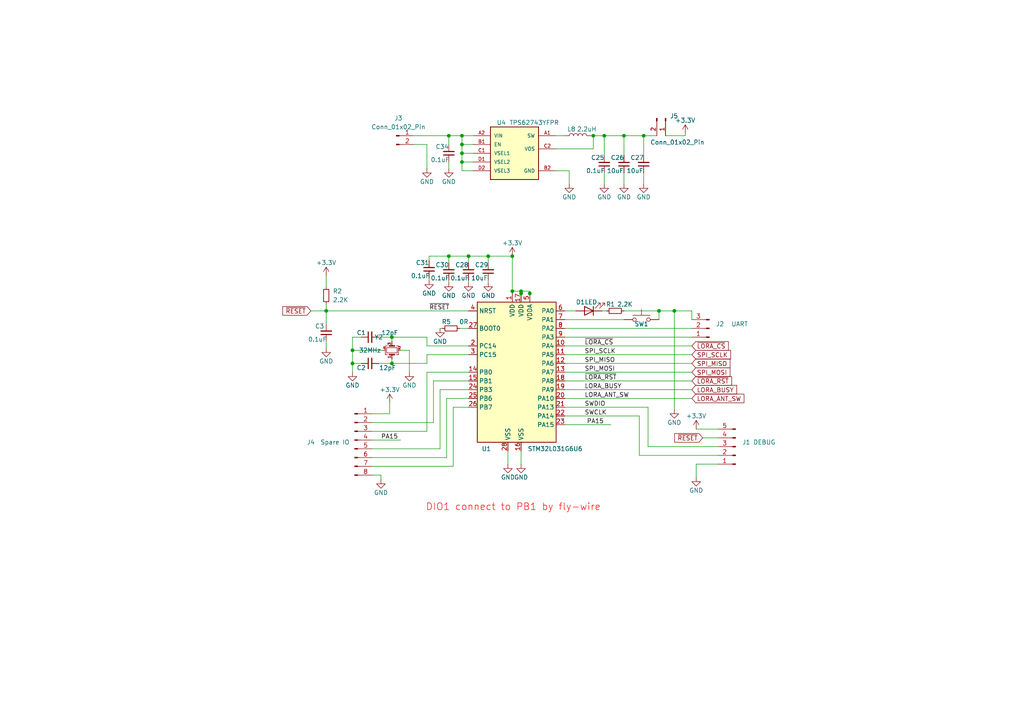
<source format=kicad_sch>
(kicad_sch (version 20230121) (generator eeschema)
  (paper "A4")
  (lib_symbols
    (symbol "Connector:Conn_01x02_Pin" (pin_names (offset 1.016) hide)
      (property "Reference" "J" (at 0 2.54 0))
      (property "Value" "Conn_01x02_Pin" (at 0 -5.08 0))
      (symbol "Conn_01x02_Pin_1_1"
        (polyline (pts (xy 1.27 -2.54) (xy 0.8636 -2.54)) (stroke (width 0.1524)))
        (polyline (pts (xy 1.27 0) (xy 0.8636 0)) (stroke (width 0.1524)))
        (rectangle (start 0.8636 -2.413) (end 0 -2.667) (stroke (width 0.1524)) (fill (type outline)))
        (rectangle (start 0.8636 0.127) (end 0 -0.127) (stroke (width 0.1524)) (fill (type outline)))
        (pin passive line (at 5.08 0 180) (length 3.81) (name "Pin_1") (number "1"))
        (pin passive line (at 5.08 -2.54 180) (length 3.81) (name "Pin_2") (number "2"))
      )
    )
    (symbol "Connector:Conn_01x03_Pin" (pin_names (offset 1.016) hide)
      (property "Reference" "J" (at 0 5.08 0))
      (property "Value" "Conn_01x03_Pin" (at 0 -5.08 0))
      (symbol "Conn_01x03_Pin_1_1"
        (polyline (pts (xy 1.27 -2.54) (xy 0.8636 -2.54)) (stroke (width 0.1524)))
        (polyline (pts (xy 1.27 0) (xy 0.8636 0)) (stroke (width 0.1524)))
        (polyline (pts (xy 1.27 2.54) (xy 0.8636 2.54)) (stroke (width 0.1524)))
        (rectangle (start 0.8636 -2.413) (end 0 -2.667) (stroke (width 0.1524)) (fill (type outline)))
        (rectangle (start 0.8636 0.127) (end 0 -0.127) (stroke (width 0.1524)) (fill (type outline)))
        (rectangle (start 0.8636 2.667) (end 0 2.413) (stroke (width 0.1524)) (fill (type outline)))
        (pin passive line (at 5.08 2.54 180) (length 3.81) (name "Pin_1") (number "1"))
        (pin passive line (at 5.08 0 180) (length 3.81) (name "Pin_2") (number "2"))
        (pin passive line (at 5.08 -2.54 180) (length 3.81) (name "Pin_3") (number "3"))
      )
    )
    (symbol "Connector:Conn_01x05_Pin" (pin_names (offset 1.016) hide)
      (property "Reference" "J" (at 0 7.62 0))
      (property "Value" "Conn_01x05_Pin" (at 0 -7.62 0))
      (symbol "Conn_01x05_Pin_1_1"
        (polyline (pts (xy 1.27 -5.08) (xy 0.8636 -5.08)) (stroke (width 0.1524)))
        (polyline (pts (xy 1.27 -2.54) (xy 0.8636 -2.54)) (stroke (width 0.1524)))
        (polyline (pts (xy 1.27 0) (xy 0.8636 0)) (stroke (width 0.1524)))
        (polyline (pts (xy 1.27 2.54) (xy 0.8636 2.54)) (stroke (width 0.1524)))
        (polyline (pts (xy 1.27 5.08) (xy 0.8636 5.08)) (stroke (width 0.1524)))
        (rectangle (start 0.8636 -4.953) (end 0 -5.207) (stroke (width 0.1524)) (fill (type outline)))
        (rectangle (start 0.8636 -2.413) (end 0 -2.667) (stroke (width 0.1524)) (fill (type outline)))
        (rectangle (start 0.8636 0.127) (end 0 -0.127) (stroke (width 0.1524)) (fill (type outline)))
        (rectangle (start 0.8636 2.667) (end 0 2.413) (stroke (width 0.1524)) (fill (type outline)))
        (rectangle (start 0.8636 5.207) (end 0 4.953) (stroke (width 0.1524)) (fill (type outline)))
        (pin passive line (at 5.08 5.08 180) (length 3.81) (name "Pin_1") (number "1"))
        (pin passive line (at 5.08 2.54 180) (length 3.81) (name "Pin_2") (number "2"))
        (pin passive line (at 5.08 0 180) (length 3.81) (name "Pin_3") (number "3"))
        (pin passive line (at 5.08 -2.54 180) (length 3.81) (name "Pin_4") (number "4"))
        (pin passive line (at 5.08 -5.08 180) (length 3.81) (name "Pin_5") (number "5"))
      )
    )
    (symbol "Connector:Conn_01x08_Pin" (pin_names (offset 1.016) hide)
      (property "Reference" "J" (at 0 10.16 0))
      (property "Value" "Conn_01x08_Pin" (at 0 -12.7 0))
      (symbol "Conn_01x08_Pin_1_1"
        (polyline (pts (xy 1.27 -10.16) (xy 0.8636 -10.16)) (stroke (width 0.1524)))
        (polyline (pts (xy 1.27 -7.62) (xy 0.8636 -7.62)) (stroke (width 0.1524)))
        (polyline (pts (xy 1.27 -5.08) (xy 0.8636 -5.08)) (stroke (width 0.1524)))
        (polyline (pts (xy 1.27 -2.54) (xy 0.8636 -2.54)) (stroke (width 0.1524)))
        (polyline (pts (xy 1.27 0) (xy 0.8636 0)) (stroke (width 0.1524)))
        (polyline (pts (xy 1.27 2.54) (xy 0.8636 2.54)) (stroke (width 0.1524)))
        (polyline (pts (xy 1.27 5.08) (xy 0.8636 5.08)) (stroke (width 0.1524)))
        (polyline (pts (xy 1.27 7.62) (xy 0.8636 7.62)) (stroke (width 0.1524)))
        (rectangle (start 0.8636 -10.033) (end 0 -10.287) (stroke (width 0.1524)) (fill (type outline)))
        (rectangle (start 0.8636 -7.493) (end 0 -7.747) (stroke (width 0.1524)) (fill (type outline)))
        (rectangle (start 0.8636 -4.953) (end 0 -5.207) (stroke (width 0.1524)) (fill (type outline)))
        (rectangle (start 0.8636 -2.413) (end 0 -2.667) (stroke (width 0.1524)) (fill (type outline)))
        (rectangle (start 0.8636 0.127) (end 0 -0.127) (stroke (width 0.1524)) (fill (type outline)))
        (rectangle (start 0.8636 2.667) (end 0 2.413) (stroke (width 0.1524)) (fill (type outline)))
        (rectangle (start 0.8636 5.207) (end 0 4.953) (stroke (width 0.1524)) (fill (type outline)))
        (rectangle (start 0.8636 7.747) (end 0 7.493) (stroke (width 0.1524)) (fill (type outline)))
        (pin passive line (at 5.08 7.62 180) (length 3.81) (name "Pin_1") (number "1"))
        (pin passive line (at 5.08 5.08 180) (length 3.81) (name "Pin_2") (number "2"))
        (pin passive line (at 5.08 2.54 180) (length 3.81) (name "Pin_3") (number "3"))
        (pin passive line (at 5.08 0 180) (length 3.81) (name "Pin_4") (number "4"))
        (pin passive line (at 5.08 -2.54 180) (length 3.81) (name "Pin_5") (number "5"))
        (pin passive line (at 5.08 -5.08 180) (length 3.81) (name "Pin_6") (number "6"))
        (pin passive line (at 5.08 -7.62 180) (length 3.81) (name "Pin_7") (number "7"))
        (pin passive line (at 5.08 -10.16 180) (length 3.81) (name "Pin_8") (number "8"))
      )
    )
    (symbol "Device:C_Small" (pin_numbers hide) (pin_names (offset 0.254) hide)
      (property "Reference" "C" (at 0.254 1.778 0))
      (property "Value" "C_Small" (at 0.254 -2.032 0))
      (symbol "C_Small_0_1"
        (polyline (pts (xy -1.524 -0.508) (xy 1.524 -0.508)) (stroke (width 0.3302)))
        (polyline (pts (xy -1.524 0.508) (xy 1.524 0.508)) (stroke (width 0.3048)))
      )
      (symbol "C_Small_1_1"
        (pin passive line (at 0 2.54 270) (length 2.032) (name "~") (number "1"))
        (pin passive line (at 0 -2.54 90) (length 2.032) (name "~") (number "2"))
      )
    )
    (symbol "Device:Crystal_GND23_Small" (pin_names (offset 1.016) hide)
      (property "Reference" "Y2" (at 3.81 3.81 90))
      (property "Value" "32MHz" (at 0 6.35 90))
      (symbol "Crystal_GND23_Small_0_1"
        (rectangle (start -0.762 -1.524) (end 0.762 1.524))
        (polyline (pts (xy -1.27 -0.762) (xy -1.27 0.762)) (stroke (width 0.381)))
        (polyline (pts (xy 1.27 -0.762) (xy 1.27 0.762)) (stroke (width 0.381)))
        (polyline (pts (xy -1.27 -1.27) (xy -1.27 -1.905) (xy 1.27 -1.905) (xy 1.27 -1.27)))
        (polyline (pts (xy -1.27 1.27) (xy -1.27 1.905) (xy 1.27 1.905) (xy 1.27 1.27)))
      )
      (symbol "Crystal_GND23_Small_1_1"
        (pin passive line (at -2.54 0 0) (length 1.27) (name "1") (number "1"))
        (pin passive line (at 0 -2.54 90) (length 0.635) (name "2") (number "2"))
        (pin passive line (at 2.54 0 180) (length 1.27) (name "3") (number "3"))
        (pin passive line (at 0 2.54 270) (length 0.635) (name "4") (number "4"))
      )
    )
    (symbol "Device:L" (pin_numbers hide) (pin_names (offset 1.016) hide)
      (property "Reference" "L" (at -1.27 0 90))
      (property "Value" "L" (at 1.905 0 90))
      (symbol "L_0_1"
        (arc (start 0 -2.54) (mid 0.6323 -1.905) (end 0 -1.27))
        (arc (start 0 -1.27) (mid 0.6323 -0.635) (end 0 0))
        (arc (start 0 0) (mid 0.6323 0.635) (end 0 1.27))
        (arc (start 0 1.27) (mid 0.6323 1.905) (end 0 2.54))
      )
      (symbol "L_1_1"
        (pin passive line (at 0 3.81 270) (length 1.27) (name "1") (number "1"))
        (pin passive line (at 0 -3.81 90) (length 1.27) (name "2") (number "2"))
      )
    )
    (symbol "Device:LED" (pin_numbers hide) (pin_names (offset 1.016) hide)
      (property "Reference" "D" (at 0 2.54 0))
      (property "Value" "LED" (at 0 -2.54 0))
      (symbol "LED_0_1"
        (polyline (pts (xy -1.27 -1.27) (xy -1.27 1.27)) (stroke (width 0.254)))
        (polyline (pts (xy -1.27 0) (xy 1.27 0)))
        (polyline (pts (xy 1.27 -1.27) (xy 1.27 1.27) (xy -1.27 0) (xy 1.27 -1.27)) (stroke (width 0.254)))
        (polyline (pts (xy -3.048 -0.762) (xy -4.572 -2.286) (xy -3.81 -2.286) (xy -4.572 -2.286) (xy -4.572 -1.524)))
        (polyline (pts (xy -1.778 -0.762) (xy -3.302 -2.286) (xy -2.54 -2.286) (xy -3.302 -2.286) (xy -3.302 -1.524)))
      )
      (symbol "LED_1_1"
        (pin passive line (at -3.81 0 0) (length 2.54) (name "K") (number "1"))
        (pin passive line (at 3.81 0 180) (length 2.54) (name "A") (number "2"))
      )
    )
    (symbol "Device:R_Small" (pin_numbers hide) (pin_names (offset 0.254) hide)
      (property "Reference" "R" (at 0.762 0.508 0))
      (property "Value" "R_Small" (at 0.762 -1.016 0))
      (symbol "R_Small_0_1"
        (rectangle (start -0.762 1.778) (end 0.762 -1.778) (stroke (width 0.2032)))
      )
      (symbol "R_Small_1_1"
        (pin passive line (at 0 2.54 270) (length 0.762) (name "~") (number "1"))
        (pin passive line (at 0 -2.54 90) (length 0.762) (name "~") (number "2"))
      )
    )
    (symbol "MCU_ST_STM32L0:STM32L031G6Ux"
      (property "Reference" "U1" (at -8.89 -22.225 0))
      (property "Value" "STM32L031G6U6" (at -13.97 -25.4 0))
      (symbol "STM32L031G6Ux_0_1"
        (rectangle (start -10.16 -20.32) (end 12.7 20.32) (stroke (width 0.254)) (fill (type background)))
      )
      (symbol "STM32L031G6Ux_1_1"
        (pin power_in line (at 0 22.86 270) (length 2.54) (name "VDD") (number "1"))
        (pin bidirectional line (at 15.24 7.62 180) (length 2.54) (name "PA4") (number "10"))
        (pin bidirectional line (at 15.24 5.08 180) (length 2.54) (name "PA5") (number "11"))
        (pin bidirectional line (at 15.24 2.54 180) (length 2.54) (name "PA6") (number "12"))
        (pin bidirectional line (at 15.24 0 180) (length 2.54) (name "PA7") (number "13"))
        (pin bidirectional line (at -12.7 0 0) (length 2.54) (name "PB0") (number "14"))
        (pin bidirectional line (at -12.7 -2.54 0) (length 2.54) (name "PB1") (number "15"))
        (pin power_in line (at 2.54 -22.86 90) (length 2.54) (name "VSS") (number "16"))
        (pin power_in line (at 2.54 22.86 270) (length 2.54) (name "VDD") (number "17"))
        (pin bidirectional line (at 15.24 -2.54 180) (length 2.54) (name "PA8") (number "18"))
        (pin bidirectional line (at 15.24 -5.08 180) (length 2.54) (name "PA9") (number "19"))
        (pin bidirectional line (at -12.7 7.62 0) (length 2.54) (name "PC14") (number "2"))
        (pin bidirectional line (at 15.24 -7.62 180) (length 2.54) (name "PA10") (number "20"))
        (pin bidirectional line (at 15.24 -10.16 180) (length 2.54) (name "PA13") (number "21"))
        (pin bidirectional line (at 15.24 -12.7 180) (length 2.54) (name "PA14") (number "22"))
        (pin bidirectional line (at 15.24 -15.24 180) (length 2.54) (name "PA15") (number "23"))
        (pin bidirectional line (at -12.7 -5.08 0) (length 2.54) (name "PB3") (number "24"))
        (pin bidirectional line (at -12.7 -7.62 0) (length 2.54) (name "PB6") (number "25"))
        (pin bidirectional line (at -12.7 -10.16 0) (length 2.54) (name "PB7") (number "26"))
        (pin input line (at -12.7 12.7 0) (length 2.54) (name "BOOT0") (number "27"))
        (pin passive line (at -1.27 -22.86 90) (length 2.54) (name "VSS") (number "28"))
        (pin bidirectional line (at -12.7 5.08 0) (length 2.54) (name "PC15") (number "3"))
        (pin input line (at -12.7 17.78 0) (length 2.54) (name "NRST") (number "4"))
        (pin power_in line (at 5.08 22.86 270) (length 2.54) (name "VDDA") (number "5"))
        (pin bidirectional line (at 15.24 17.78 180) (length 2.54) (name "PA0") (number "6"))
        (pin bidirectional line (at 15.24 15.24 180) (length 2.54) (name "PA1") (number "7"))
        (pin bidirectional line (at 15.24 12.7 180) (length 2.54) (name "PA2") (number "8"))
        (pin bidirectional line (at 15.24 10.16 180) (length 2.54) (name "PA3") (number "9"))
      )
    )
    (symbol "Switch:SW_Push" (pin_numbers hide) (pin_names (offset 1.016) hide)
      (property "Reference" "SW" (at 1.27 2.54 0))
      (property "Value" "SW_Push" (at 0 -1.524 0))
      (symbol "SW_Push_0_1"
        (circle (center -2.032 0) (radius 0.508))
        (polyline (pts (xy 0 1.27) (xy 0 3.048)))
        (polyline (pts (xy 2.54 1.27) (xy -2.54 1.27)))
        (circle (center 2.032 0) (radius 0.508))
        (pin passive line (at -5.08 0 0) (length 2.54) (name "1") (number "1"))
        (pin passive line (at 5.08 0 180) (length 2.54) (name "2") (number "2"))
      )
    )
    (symbol "kiCadLib:TPS62743YFPT" (pin_names (offset 1.016))
      (property "Reference" "U4" (at 10.16 20.32 0))
      (property "Value" "TPS62743YFPT" (at 10.16 17.78 0))
      (symbol "TPS62743YFPT_0_0"
        (rectangle (start 0 15.24) (end 13.97 0) (stroke (width 0.254)) (fill (type background)))
        (pin output line (at 19.05 12.7 180) (length 5.08) (name "SW") (number "A1"))
        (pin power_in line (at -5.08 12.7 0) (length 5.08) (name "VIN") (number "A2"))
        (pin input line (at -5.08 10.16 0) (length 5.08) (name "EN") (number "B1"))
        (pin passive line (at 19.05 2.54 180) (length 5.08) (name "GND") (number "B2"))
        (pin input line (at -5.08 7.62 0) (length 5.08) (name "VSEL1") (number "C1"))
        (pin input line (at 19.05 8.89 180) (length 5.08) (name "VOS") (number "C2"))
        (pin input line (at -5.08 5.08 0) (length 5.08) (name "VSEL2") (number "D1"))
        (pin input line (at -5.08 2.54 0) (length 5.08) (name "VSEL3") (number "D2"))
      )
    )
    (symbol "power:+3.3V" (power) (pin_names (offset 0))
      (property "Value" "+3.3V" (at 0 3.556 0))
      (symbol "+3.3V_0_1"
        (polyline (pts (xy -0.762 1.27) (xy 0 2.54)))
        (polyline (pts (xy 0 0) (xy 0 2.54)))
        (polyline (pts (xy 0 2.54) (xy 0.762 1.27)))
      )
      (symbol "+3.3V_1_1"
        (pin power_in line (at 0 0 90) (length 0) hide (name "+3.3V") (number "1"))
      )
    )
    (symbol "power:GND" (power) (pin_names (offset 0))
      (property "Value" "GND" (at 0 -3.81 0))
      (symbol "GND_0_1"
        (polyline (pts (xy 0 0) (xy 0 -1.27) (xy 1.27 -1.27) (xy 0 -2.54) (xy -1.27 -1.27) (xy 0 -1.27)))
      )
      (symbol "GND_1_1"
        (pin power_in line (at 0 0 270) (length 0) hide (name "GND") (number "1"))
      )
    )
  )
  (junction (at 186.69 39.37))
  (junction (at 94.615 90.17))
  (junction (at 151.13 84.455))
  (junction (at 130.175 39.37))
  (junction (at 153.67 85.09))
  (junction (at 135.89 74.295))
  (junction (at 133.985 41.91))
  (junction (at 148.59 74.295))
  (junction (at 113.665 97.79))
  (junction (at 133.985 44.45))
  (junction (at 148.59 84.455))
  (junction (at 130.175 74.295))
  (junction (at 102.235 105.41))
  (junction (at 151.13 85.09))
  (junction (at 133.985 39.37))
  (junction (at 195.58 90.17))
  (junction (at 113.665 105.41))
  (junction (at 172.085 39.37))
  (junction (at 102.235 101.6))
  (junction (at 180.975 39.37))
  (junction (at 191.135 90.17))
  (junction (at 175.26 39.37))
  (junction (at 133.985 46.99))
  (junction (at 141.605 74.295))
  (wire (pts (xy 187.96 118.11) (xy 187.96 129.54)))
  (wire (pts (xy 186.69 39.37) (xy 180.975 39.37)))
  (wire (pts (xy 163.83 100.33) (xy 200.66 100.33)))
  (wire (pts (xy 200.66 90.17) (xy 195.58 90.17)))
  (wire (pts (xy 109.855 105.41) (xy 113.665 105.41)))
  (wire (pts (xy 201.93 138.43) (xy 201.93 134.62)))
  (wire (pts (xy 208.28 124.46) (xy 201.93 124.46)))
  (wire (pts (xy 120.015 41.91) (xy 123.825 41.91)))
  (wire (pts (xy 172.085 39.37) (xy 171.45 39.37)))
  (wire (pts (xy 123.825 102.87) (xy 123.825 105.41)))
  (wire (pts (xy 120.015 39.37) (xy 130.175 39.37)))
  (wire (pts (xy 113.03 116.84) (xy 113.03 120.015)))
  (wire (pts (xy 151.13 85.09) (xy 151.13 84.455)))
  (wire (pts (xy 151.13 85.725) (xy 151.13 85.09)))
  (wire (pts (xy 186.69 53.34) (xy 186.69 50.165)))
  (wire (pts (xy 195.58 118.745) (xy 195.58 90.17)))
  (wire (pts (xy 153.67 84.455) (xy 151.13 84.455)))
  (wire (pts (xy 148.59 74.295) (xy 148.59 84.455)))
  (wire (pts (xy 94.615 80.01) (xy 94.615 83.185)))
  (wire (pts (xy 102.235 105.41) (xy 104.775 105.41)))
  (wire (pts (xy 191.135 90.17) (xy 195.58 90.17)))
  (wire (pts (xy 130.175 74.295) (xy 135.89 74.295)))
  (wire (pts (xy 175.26 39.37) (xy 172.085 39.37)))
  (wire (pts (xy 129.54 115.57) (xy 129.54 132.715)))
  (wire (pts (xy 185.42 132.08) (xy 208.28 132.08)))
  (wire (pts (xy 125.73 110.49) (xy 125.73 122.555)))
  (wire (pts (xy 135.89 102.87) (xy 123.825 102.87)))
  (wire (pts (xy 190.5 39.37) (xy 186.69 39.37)))
  (wire (pts (xy 180.975 53.34) (xy 180.975 50.165)))
  (wire (pts (xy 90.17 90.17) (xy 94.615 90.17)))
  (wire (pts (xy 102.235 101.6) (xy 102.235 105.41)))
  (wire (pts (xy 129.54 132.715) (xy 107.95 132.715)))
  (wire (pts (xy 153.67 85.09) (xy 153.67 84.455)))
  (wire (pts (xy 135.89 110.49) (xy 125.73 110.49)))
  (wire (pts (xy 165.1 49.53) (xy 165.1 53.34)))
  (wire (pts (xy 102.235 105.41) (xy 102.235 107.95)))
  (wire (pts (xy 124.46 74.295) (xy 130.175 74.295)))
  (wire (pts (xy 185.42 120.65) (xy 185.42 132.08)))
  (wire (pts (xy 107.95 127.635) (xy 116.205 127.635)))
  (wire (pts (xy 135.89 100.33) (xy 123.825 100.33)))
  (wire (pts (xy 163.83 123.19) (xy 177.165 123.19)))
  (wire (pts (xy 133.35 95.25) (xy 135.89 95.25)))
  (wire (pts (xy 113.665 97.79) (xy 123.825 97.79)))
  (wire (pts (xy 113.665 97.79) (xy 113.665 99.06)))
  (wire (pts (xy 175.895 90.17) (xy 174.625 90.17)))
  (wire (pts (xy 141.605 81.915) (xy 141.605 81.28)))
  (wire (pts (xy 147.32 134.62) (xy 147.32 130.81)))
  (wire (pts (xy 104.775 97.79) (xy 102.235 97.79)))
  (wire (pts (xy 141.605 74.295) (xy 148.59 74.295)))
  (wire (pts (xy 130.175 39.37) (xy 130.175 41.91)))
  (wire (pts (xy 191.135 90.17) (xy 191.135 92.71)))
  (wire (pts (xy 116.205 101.6) (xy 118.745 101.6)))
  (wire (pts (xy 133.985 49.53) (xy 133.985 46.99)))
  (wire (pts (xy 141.605 74.295) (xy 141.605 76.2)))
  (wire (pts (xy 163.83 95.25) (xy 200.66 95.25)))
  (wire (pts (xy 102.235 101.6) (xy 111.125 101.6)))
  (wire (pts (xy 118.745 107.95) (xy 118.745 101.6)))
  (wire (pts (xy 94.615 90.17) (xy 135.89 90.17)))
  (wire (pts (xy 94.615 100.965) (xy 94.615 99.06)))
  (wire (pts (xy 153.67 85.725) (xy 153.67 85.09)))
  (wire (pts (xy 123.825 107.95) (xy 123.825 125.095)))
  (wire (pts (xy 131.445 118.11) (xy 131.445 135.255)))
  (wire (pts (xy 163.83 113.03) (xy 200.66 113.03)))
  (wire (pts (xy 137.16 49.53) (xy 133.985 49.53)))
  (wire (pts (xy 130.175 81.915) (xy 130.175 81.28)))
  (wire (pts (xy 124.46 81.28) (xy 124.46 80.645)))
  (wire (pts (xy 180.975 39.37) (xy 175.26 39.37)))
  (wire (pts (xy 127.635 130.175) (xy 107.95 130.175)))
  (wire (pts (xy 137.16 41.91) (xy 133.985 41.91)))
  (wire (pts (xy 102.235 97.79) (xy 102.235 101.6)))
  (wire (pts (xy 151.13 134.62) (xy 151.13 130.81)))
  (wire (pts (xy 113.665 104.14) (xy 113.665 105.41)))
  (wire (pts (xy 163.83 120.65) (xy 185.42 120.65)))
  (wire (pts (xy 163.83 110.49) (xy 200.66 110.49)))
  (wire (pts (xy 163.83 90.17) (xy 167.005 90.17)))
  (wire (pts (xy 135.89 81.915) (xy 135.89 81.28)))
  (wire (pts (xy 135.89 118.11) (xy 131.445 118.11)))
  (wire (pts (xy 201.93 134.62) (xy 208.28 134.62)))
  (wire (pts (xy 180.975 45.085) (xy 180.975 39.37)))
  (wire (pts (xy 163.83 107.95) (xy 200.66 107.95)))
  (wire (pts (xy 94.615 93.98) (xy 94.615 90.17)))
  (wire (pts (xy 198.755 39.37) (xy 193.04 39.37)))
  (wire (pts (xy 163.83 105.41) (xy 200.66 105.41)))
  (wire (pts (xy 137.16 39.37) (xy 133.985 39.37)))
  (wire (pts (xy 163.83 115.57) (xy 200.66 115.57)))
  (wire (pts (xy 135.89 74.295) (xy 135.89 76.2)))
  (wire (pts (xy 180.975 90.17) (xy 191.135 90.17)))
  (wire (pts (xy 148.59 84.455) (xy 148.59 85.09)))
  (wire (pts (xy 163.83 118.11) (xy 187.96 118.11)))
  (wire (pts (xy 186.69 45.085) (xy 186.69 39.37)))
  (wire (pts (xy 113.665 105.41) (xy 123.825 105.41)))
  (wire (pts (xy 161.29 49.53) (xy 165.1 49.53)))
  (wire (pts (xy 161.29 43.18) (xy 172.085 43.18)))
  (wire (pts (xy 127.635 113.03) (xy 127.635 130.175)))
  (wire (pts (xy 130.175 48.895) (xy 130.175 46.99)))
  (wire (pts (xy 123.825 41.91) (xy 123.825 48.895)))
  (wire (pts (xy 163.83 92.71) (xy 180.975 92.71)))
  (wire (pts (xy 130.175 74.295) (xy 130.175 76.2)))
  (wire (pts (xy 163.83 97.79) (xy 200.66 97.79)))
  (wire (pts (xy 94.615 88.265) (xy 94.615 90.17)))
  (wire (pts (xy 151.13 84.455) (xy 148.59 84.455)))
  (wire (pts (xy 123.825 125.095) (xy 107.95 125.095)))
  (wire (pts (xy 109.855 97.79) (xy 113.665 97.79)))
  (wire (pts (xy 203.835 127) (xy 208.28 127)))
  (wire (pts (xy 135.89 115.57) (xy 129.54 115.57)))
  (wire (pts (xy 113.03 120.015) (xy 107.95 120.015)))
  (wire (pts (xy 135.89 113.03) (xy 127.635 113.03)))
  (wire (pts (xy 127.635 95.25) (xy 128.27 95.25)))
  (wire (pts (xy 133.985 44.45) (xy 133.985 41.91)))
  (wire (pts (xy 135.89 107.95) (xy 123.825 107.95)))
  (wire (pts (xy 200.66 92.71) (xy 200.66 90.17)))
  (wire (pts (xy 175.26 53.34) (xy 175.26 50.165)))
  (wire (pts (xy 131.445 135.255) (xy 107.95 135.255)))
  (wire (pts (xy 135.89 74.295) (xy 141.605 74.295)))
  (wire (pts (xy 130.175 39.37) (xy 133.985 39.37)))
  (wire (pts (xy 107.95 137.795) (xy 110.49 137.795)))
  (wire (pts (xy 175.26 45.085) (xy 175.26 39.37)))
  (wire (pts (xy 137.16 44.45) (xy 133.985 44.45)))
  (wire (pts (xy 187.96 129.54) (xy 208.28 129.54)))
  (wire (pts (xy 198.755 38.735) (xy 198.755 39.37)))
  (wire (pts (xy 133.985 46.99) (xy 133.985 44.45)))
  (wire (pts (xy 133.985 41.91) (xy 133.985 39.37)))
  (wire (pts (xy 163.83 102.87) (xy 200.66 102.87)))
  (wire (pts (xy 161.29 39.37) (xy 163.83 39.37)))
  (wire (pts (xy 124.46 75.565) (xy 124.46 74.295)))
  (wire (pts (xy 172.085 43.18) (xy 172.085 39.37)))
  (wire (pts (xy 110.49 137.795) (xy 110.49 139.065)))
  (wire (pts (xy 107.95 122.555) (xy 125.73 122.555)))
  (wire (pts (xy 137.16 46.99) (xy 133.985 46.99)))
  (wire (pts (xy 123.825 100.33) (xy 123.825 97.79)))
  (text "DIO1 connect to PB1 by fly-wire\n" (at 123.444 148.336 0) (effects (font (size 2 2)) (justify left bottom)))
  (label "SPI_MISO" (at 169.545 105.41 0))
  (label "~{LORA_CS}" (at 169.545 100.33 0))
  (label "PA15" (at 110.49 127.635 0))
  (label "SPI_MOSI" (at 169.545 107.95 0))
  (label "LORA_ANT_SW" (at 169.545 115.57 0))
  (label "SWDIO" (at 169.545 118.11 0))
  (label "SPI_SCLK" (at 169.545 102.87 0))
  (label "SWCLK" (at 169.545 120.65 0))
  (label "~{RESET}" (at 124.46 90.17 0))
  (label "~{LORA_RST}" (at 169.545 110.49 0))
  (label "PA15" (at 170.18 123.19 0))
  (label "LORA_BUSY" (at 169.545 113.03 0))
  (global_label "SPI_SCLK" (shape input) (at 200.66 102.87 0) (property "Intersheetrefs" "${INTERSHEET_REFS}" (effects hide)))
  (global_label "~{RESET}" (shape input) (at 203.835 127 180) (property "Intersheetrefs" "${INTERSHEET_REFS}" (effects hide)))
  (global_label "~{LORA_CS}" (shape input) (at 200.66 100.33 0) (property "Intersheetrefs" "${INTERSHEET_REFS}" (effects hide)))
  (global_label "SPI_MISO" (shape input) (at 200.66 105.41 0) (property "Intersheetrefs" "${INTERSHEET_REFS}" (effects hide)))
  (global_label "~{RESET}" (shape input) (at 90.17 90.17 180) (property "Intersheetrefs" "${INTERSHEET_REFS}" (effects hide)))
  (global_label "LORA_ANT_SW" (shape input) (at 200.66 115.57 0) (property "Intersheetrefs" "${INTERSHEET_REFS}" (effects hide)))
  (global_label "LORA_BUSY" (shape input) (at 200.66 113.03 0) (property "Intersheetrefs" "${INTERSHEET_REFS}" (effects hide)))
  (global_label "~{LORA_RST}" (shape input) (at 200.66 110.49 0) (property "Intersheetrefs" "${INTERSHEET_REFS}" (effects hide)))
  (global_label "SPI_MOSI" (shape input) (at 200.66 107.95 0) (property "Intersheetrefs" "${INTERSHEET_REFS}" (effects hide)))
  (symbol (lib_id "power:GND") (at 130.175 48.895 0) (unit 1)
    (property "Reference" "#PWR047" (effects hide))
    (property "Value" "GND" (at 130.175 52.705 0))
  )
  (symbol (lib_id "power:GND") (at 195.58 118.745 0) (unit 1)
    (property "Reference" "#PWR07" (effects hide))
    (property "Value" "GND" (at 195.58 122.555 0))
  )
  (symbol (lib_id "power:+3.3V") (at 113.03 116.84 0) (unit 1)
    (property "Reference" "#PWR014" (effects hide))
    (property "Value" "+3.3V" (at 113.03 113.03 0))
  )
  (symbol (lib_id "power:GND") (at 127.635 95.25 0) (unit 1)
    (property "Reference" "#PWR038" (effects hide))
    (property "Value" "GND" (at 127.635 99.06 0))
  )
  (symbol (lib_id "power:GND") (at 165.1 53.34 0) (unit 1)
    (property "Reference" "#PWR06" (effects hide))
    (property "Value" "GND" (at 165.1 57.15 0))
  )
  (symbol (lib_id "power:GND") (at 147.32 134.62 0) (unit 1)
    (property "Reference" "#PWR048" (effects hide))
    (property "Value" "GND" (at 147.32 138.43 0))
  )
  (symbol (lib_id "kiCadLib:TPS62743YFPT") (at 142.24 52.07 0) (unit 1)
    (property "Reference" "U4" (at 145.415 35.56 0))
    (property "Value" "TPS62743YFPR" (at 154.94 35.56 0))
    (property "Footprint" "kiCadPcbLib:BGA8N40P2X4_87X156X50" (effects hide))
    (property "MF" "Texas Instruments" (effects hide))
    (property "Description" "\n                        \n                            2V-5.5V input, ultra-low-power 300mA to 400mA step-down buck DCDC converter with 360nA Iq\n                        \n" (effects hide))
    (property "Package" "DSBGA-8 Texas Instruments" (effects hide))
    (property "Price" "None" (effects hide))
    (property "Check_prices" "https://www.snapeda.com/parts/TPS62743YFPT/Texas+Instruments/view-part/?ref=eda" (effects hide))
    (property "SnapEDA_Link" "https://www.snapeda.com/parts/TPS62743YFPT/Texas+Instruments/view-part/?ref=snap" (effects hide))
    (property "MP" "TPS62743YFPT" (effects hide))
    (property "Availability" "In Stock" (effects hide))
    (property "MANUFACTURER" "Texas Instruments" (effects hide))
  )
  (symbol (lib_id "Device:C_Small") (at 107.315 105.41 90) (unit 1)
    (property "Reference" "C2" (at 104.775 106.68 90))
    (property "Value" "12pF" (at 112.395 106.68 90))
    (property "Footprint" "Capacitor_SMD:C_0402_1005Metric" (effects hide))
  )
  (symbol (lib_id "Device:Crystal_GND23_Small") (at 113.665 101.6 90) (unit 1)
    (property "Reference" "Y2" (at 109.855 97.79 90))
    (property "Value" "32MHz" (at 107.315 101.6 90))
    (property "Footprint" "Crystal:Crystal_SMD_2520-4Pin_2.5x2.0mm" (effects hide))
    (instances (project "node_v0.1" (path "" (reference "Y2") (unit 1)) (path "" (reference "Y1") (unit 1))))
  )
  (symbol (lib_id "Device:C_Small") (at 130.175 78.74 180) (unit 1)
    (property "Reference" "C30" (at 128.27 76.835 0))
    (property "Value" "0.1uF" (at 127.635 80.645 0))
    (property "Footprint" "Capacitor_SMD:C_0402_1005Metric" (effects hide))
  )
  (symbol (lib_id "Device:LED") (at 170.815 90.17 180) (unit 1)
    (property "Reference" "D1" (at 167.005 87.63 0) (effects (justify right)))
    (property "Value" "LED" (at 169.545 87.63 0) (effects (justify right)))
    (property "Footprint" "LED_SMD:LED_0603_1608Metric_Pad1.05x0.95mm_HandSolder" (effects hide))
  )
  (symbol (lib_id "Connector:Conn_01x05_Pin") (at 213.36 129.54 180) (unit 1)
    (property "Reference" "J1" (at 215.265 128.27 0) (effects (justify right)))
    (property "Value" "DEBUG" (at 218.44 128.27 0) (effects (justify right)))
    (property "Footprint" "Connector_PinHeader_2.54mm:PinHeader_1x05_P2.54mm_Vertical" (effects hide))
  )
  (symbol (lib_id "power:GND") (at 118.745 107.95 0) (unit 1)
    (property "Reference" "#PWR037" (effects hide))
    (property "Value" "GND" (at 118.745 111.76 0))
  )
  (symbol (lib_id "Connector:Conn_01x08_Pin") (at 102.87 127.635 0) (unit 1)
    (property "Reference" "J4" (at 90.17 128.27 0))
    (property "Value" "Spare IO" (at 97.155 128.27 0))
    (property "Footprint" "Connector_PinSocket_2.54mm:PinSocket_1x08_P2.54mm_Vertical" (effects hide))
  )
  (symbol (lib_id "power:GND") (at 151.13 134.62 0) (unit 1)
    (property "Reference" "#PWR01" (effects hide))
    (property "Value" "GND" (at 151.13 138.43 0))
  )
  (symbol (lib_id "power:GND") (at 175.26 53.34 0) (unit 1)
    (property "Reference" "#PWR08" (effects hide))
    (property "Value" "GND" (at 175.26 57.15 0))
  )
  (symbol (lib_id "Device:C_Small") (at 180.975 47.625 180) (unit 1)
    (property "Reference" "C26" (at 179.07 45.72 0))
    (property "Value" "10uF" (at 178.435 49.53 0))
    (property "Footprint" "Capacitor_SMD:C_0603_1608Metric_Pad1.08x0.95mm_HandSolder" (effects hide))
  )
  (symbol (lib_id "Device:C_Small") (at 141.605 78.74 180) (unit 1)
    (property "Reference" "C29" (at 139.7 76.835 0))
    (property "Value" "10uF" (at 139.065 80.645 0))
    (property "Footprint" "Capacitor_SMD:C_0603_1608Metric_Pad1.08x0.95mm_HandSolder" (effects hide))
  )
  (symbol (lib_id "power:GND") (at 102.235 107.95 0) (unit 1)
    (property "Reference" "#PWR02" (effects hide))
    (property "Value" "GND" (at 102.235 111.76 0))
  )
  (symbol (lib_id "power:GND") (at 124.46 81.28 0) (unit 1)
    (property "Reference" "#PWR044" (effects hide))
    (property "Value" "GND" (at 124.46 85.09 0))
  )
  (symbol (lib_id "power:+3.3V") (at 94.615 80.01 0) (unit 1)
    (property "Reference" "#PWR011" (effects hide))
    (property "Value" "+3.3V" (at 94.615 76.2 0))
  )
  (symbol (lib_id "power:+3.3V") (at 148.59 74.295 0) (unit 1)
    (property "Reference" "#PWR03" (effects hide))
    (property "Value" "+3.3V" (at 148.59 70.485 0))
  )
  (symbol (lib_id "Device:C_Small") (at 107.315 97.79 90) (unit 1)
    (property "Reference" "C1" (at 104.775 96.52 90))
    (property "Value" "12pF" (at 113.03 96.52 90))
    (property "Footprint" "Capacitor_SMD:C_0402_1005Metric" (effects hide))
  )
  (symbol (lib_id "Connector:Conn_01x02_Pin") (at 193.04 34.29 270) (unit 1)
    (property "Reference" "J5" (at 194.31 33.655 90) (effects (justify left)))
    (property "Value" "Conn_01x02_Pin" (at 188.595 41.275 90) (effects (justify left)))
    (property "Footprint" "Connector_PinHeader_2.54mm:PinHeader_1x02_P2.54mm_Vertical" (effects hide))
  )
  (symbol (lib_id "power:GND") (at 180.975 53.34 0) (unit 1)
    (property "Reference" "#PWR09" (effects hide))
    (property "Value" "GND" (at 180.975 57.15 0))
  )
  (symbol (lib_id "Device:C_Small") (at 175.26 47.625 180) (unit 1)
    (property "Reference" "C25" (at 173.355 45.72 0))
    (property "Value" "0.1uF" (at 172.72 49.53 0))
    (property "Footprint" "Capacitor_SMD:C_0402_1005Metric" (effects hide))
  )
  (symbol (lib_id "Device:R_Small") (at 178.435 90.17 90) (unit 1)
    (property "Reference" "R1" (at 178.435 88.265 90) (effects (justify left)))
    (property "Value" "2.2K" (at 183.515 88.265 90) (effects (justify left)))
    (property "Footprint" "Resistor_SMD:R_0402_1005Metric" (effects hide))
  )
  (symbol (lib_id "Device:C_Small") (at 124.46 78.105 180) (unit 1)
    (property "Reference" "C31" (at 122.555 76.2 0))
    (property "Value" "0.1uF" (at 121.92 80.01 0))
    (property "Footprint" "Capacitor_SMD:C_0402_1005Metric" (effects hide))
  )
  (symbol (lib_id "Switch:SW_Push") (at 186.055 92.71 0) (unit 1)
    (property "Reference" "SW1" (at 186.055 93.98 0))
    (property "Value" "SW_Push" (effects hide))
    (property "Footprint" "Button_Switch_SMD:SW_Push_1P1T_NO_CK_KMR2" (effects hide))
  )
  (symbol (lib_id "power:GND") (at 135.89 81.915 0) (unit 1)
    (property "Reference" "#PWR041" (effects hide))
    (property "Value" "GND" (at 135.89 85.725 0))
  )
  (symbol (lib_id "Device:C_Small") (at 135.89 78.74 180) (unit 1)
    (property "Reference" "C28" (at 133.985 76.835 0))
    (property "Value" "0.1uF" (at 133.35 80.645 0))
    (property "Footprint" "Capacitor_SMD:C_0402_1005Metric" (effects hide))
  )
  (symbol (lib_id "power:GND") (at 110.49 139.065 0) (unit 1)
    (property "Reference" "#PWR013" (effects hide))
    (property "Value" "GND" (at 110.49 142.875 0))
  )
  (symbol (lib_id "Device:R_Small") (at 130.81 95.25 90) (unit 1)
    (property "Reference" "R5" (at 130.81 93.345 90) (effects (justify left)))
    (property "Value" "0R" (at 135.89 93.345 90) (effects (justify left)))
    (property "Footprint" "Resistor_SMD:R_0402_1005Metric" (effects hide))
  )
  (symbol (lib_id "power:GND") (at 123.825 48.895 0) (unit 1)
    (property "Reference" "#PWR036" (effects hide))
    (property "Value" "GND" (at 123.825 52.705 0))
  )
  (symbol (lib_id "power:+3.3V") (at 198.755 38.735 0) (unit 1)
    (property "Reference" "#PWR035" (effects hide))
    (property "Value" "+3.3V" (at 198.755 34.925 0))
  )
  (symbol (lib_id "Device:C_Small") (at 186.69 47.625 180) (unit 1)
    (property "Reference" "C27" (at 184.785 45.72 0))
    (property "Value" "10uF" (at 184.15 49.53 0))
    (property "Footprint" "Capacitor_SMD:C_0603_1608Metric_Pad1.08x0.95mm_HandSolder" (effects hide))
  )
  (symbol (lib_id "power:GND") (at 141.605 81.915 0) (unit 1)
    (property "Reference" "#PWR042" (effects hide))
    (property "Value" "GND" (at 141.605 85.725 0))
  )
  (symbol (lib_id "power:GND") (at 94.615 100.965 0) (unit 1)
    (property "Reference" "#PWR012" (effects hide))
    (property "Value" "GND" (at 94.615 104.775 0))
  )
  (symbol (lib_id "Device:C_Small") (at 130.175 44.45 180) (unit 1)
    (property "Reference" "C34" (at 128.27 42.545 0))
    (property "Value" "0.1uF" (at 127.635 46.355 0))
    (property "Footprint" "Capacitor_SMD:C_0402_1005Metric" (effects hide))
  )
  (symbol (lib_id "power:GND") (at 186.69 53.34 0) (unit 1)
    (property "Reference" "#PWR010" (effects hide))
    (property "Value" "GND" (at 186.69 57.15 0))
  )
  (symbol (lib_id "power:GND") (at 201.93 138.43 0) (unit 1)
    (property "Reference" "#PWR04" (effects hide))
    (property "Value" "GND" (at 201.93 142.24 0))
  )
  (symbol (lib_id "Device:L") (at 167.64 39.37 90) (unit 1)
    (property "Reference" "L8" (at 165.735 37.465 90))
    (property "Value" "2.2uH" (at 170.18 37.465 90))
    (property "Footprint" "Inductor_SMD:L_Changjiang_FNR252010S" (effects hide))
  )
  (symbol (lib_id "MCU_ST_STM32L0:STM32L031G6Ux") (at 148.59 107.95 0) (unit 1)
    (property "Reference" "U1" (at 139.7 130.175 0) (effects (justify left)))
    (property "Value" "STM32L031G6U6" (at 153.035 130.175 0) (effects (justify left)))
    (property "Footprint" "Package_DFN_QFN:QFN-28_4x4mm_P0.5mm" (effects hide))
    (property "Datasheet" "https://www.st.com/resource/en/datasheet/stm32l031g6.pdf" (effects hide))
  )
  (symbol (lib_id "power:GND") (at 130.175 81.915 0) (unit 1)
    (property "Reference" "#PWR043" (effects hide))
    (property "Value" "GND" (at 130.175 85.725 0))
  )
  (symbol (lib_id "Device:C_Small") (at 94.615 96.52 180) (unit 1)
    (property "Reference" "C3" (at 92.71 94.615 0))
    (property "Value" "0.1uF" (at 92.075 98.425 0))
    (property "Footprint" "Capacitor_SMD:C_0402_1005Metric" (effects hide))
  )
  (symbol (lib_id "Connector:Conn_01x03_Pin") (at 205.74 95.25 180) (unit 1)
    (property "Reference" "J2" (at 207.645 93.98 0) (effects (justify right)))
    (property "Value" "UART" (at 212.09 93.98 0) (effects (justify right)))
    (property "Footprint" "Connector_PinHeader_2.54mm:PinHeader_1x03_P2.54mm_Vertical" (effects hide))
  )
  (symbol (lib_id "power:+3.3V") (at 201.93 124.46 0) (unit 1)
    (property "Reference" "#PWR05" (effects hide))
    (property "Value" "+3.3V" (at 201.93 120.65 0))
  )
  (symbol (lib_id "Connector:Conn_01x02_Pin") (at 114.935 39.37 0) (unit 1)
    (property "Reference" "J3" (at 115.57 34.29 0))
    (property "Value" "Conn_01x02_Pin" (at 115.57 36.83 0))
    (property "Footprint" "Connector_JST:JST_PH_B2B-PH-SM4-TB_1x02-1MP_P2.00mm_Vertical" (effects hide))
  )
  (symbol (lib_id "Device:R_Small") (at 94.615 85.725 0) (unit 1)
    (property "Reference" "R2" (at 96.52 84.455 0) (effects (justify left)))
    (property "Value" "2.2K" (at 96.52 86.995 0) (effects (justify left)))
    (property "Footprint" "Resistor_SMD:R_0402_1005Metric" (effects hide))
  )
)
</source>
